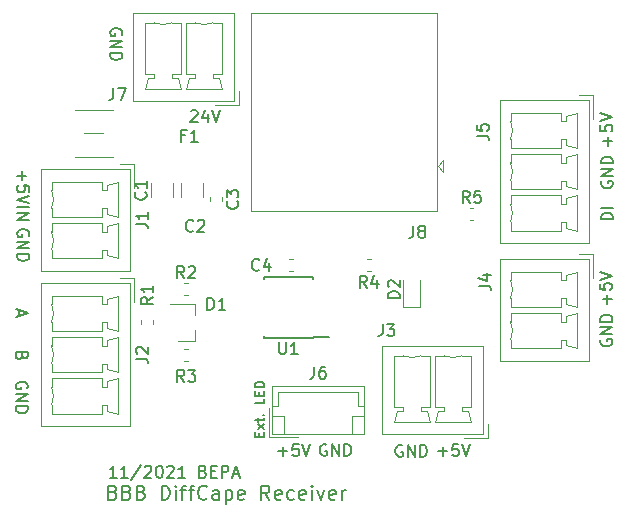
<source format=gbr>
%TF.GenerationSoftware,KiCad,Pcbnew,(5.1.4)-1*%
%TF.CreationDate,2021-10-25T09:38:00+02:00*%
%TF.ProjectId,bbb-diffcape-receiver,6262622d-6469-4666-9663-6170652d7265,rev?*%
%TF.SameCoordinates,Original*%
%TF.FileFunction,Legend,Top*%
%TF.FilePolarity,Positive*%
%FSLAX46Y46*%
G04 Gerber Fmt 4.6, Leading zero omitted, Abs format (unit mm)*
G04 Created by KiCad (PCBNEW (5.1.4)-1) date 2021-10-25 09:38:00*
%MOMM*%
%LPD*%
G04 APERTURE LIST*
%ADD10C,0.150000*%
%ADD11C,0.180000*%
%ADD12C,0.200000*%
%ADD13C,0.120000*%
G04 APERTURE END LIST*
D10*
X89987428Y-78811428D02*
X89939809Y-78954285D01*
X89892190Y-79001904D01*
X89796952Y-79049523D01*
X89654095Y-79049523D01*
X89558857Y-79001904D01*
X89511238Y-78954285D01*
X89463619Y-78859047D01*
X89463619Y-78478095D01*
X90463619Y-78478095D01*
X90463619Y-78811428D01*
X90416000Y-78906666D01*
X90368380Y-78954285D01*
X90273142Y-79001904D01*
X90177904Y-79001904D01*
X90082666Y-78954285D01*
X90035047Y-78906666D01*
X89987428Y-78811428D01*
X89987428Y-78478095D01*
X89749333Y-74945904D02*
X89749333Y-75422095D01*
X89463619Y-74850666D02*
X90463619Y-75184000D01*
X89463619Y-75517333D01*
X90416000Y-81534095D02*
X90463619Y-81438857D01*
X90463619Y-81296000D01*
X90416000Y-81153142D01*
X90320761Y-81057904D01*
X90225523Y-81010285D01*
X90035047Y-80962666D01*
X89892190Y-80962666D01*
X89701714Y-81010285D01*
X89606476Y-81057904D01*
X89511238Y-81153142D01*
X89463619Y-81296000D01*
X89463619Y-81391238D01*
X89511238Y-81534095D01*
X89558857Y-81581714D01*
X89892190Y-81581714D01*
X89892190Y-81391238D01*
X89463619Y-82010285D02*
X90463619Y-82010285D01*
X89463619Y-82581714D01*
X90463619Y-82581714D01*
X89463619Y-83057904D02*
X90463619Y-83057904D01*
X90463619Y-83296000D01*
X90416000Y-83438857D01*
X90320761Y-83534095D01*
X90225523Y-83581714D01*
X90035047Y-83629333D01*
X89892190Y-83629333D01*
X89701714Y-83581714D01*
X89606476Y-83534095D01*
X89511238Y-83438857D01*
X89463619Y-83296000D01*
X89463619Y-83057904D01*
X104283023Y-58094619D02*
X104330642Y-58047000D01*
X104425880Y-57999380D01*
X104663976Y-57999380D01*
X104759214Y-58047000D01*
X104806833Y-58094619D01*
X104854452Y-58189857D01*
X104854452Y-58285095D01*
X104806833Y-58427952D01*
X104235404Y-58999380D01*
X104854452Y-58999380D01*
X105711595Y-58332714D02*
X105711595Y-58999380D01*
X105473500Y-57951761D02*
X105235404Y-58666047D01*
X105854452Y-58666047D01*
X106092547Y-57999380D02*
X106425880Y-58999380D01*
X106759214Y-57999380D01*
X98417000Y-51625595D02*
X98464619Y-51530357D01*
X98464619Y-51387500D01*
X98417000Y-51244642D01*
X98321761Y-51149404D01*
X98226523Y-51101785D01*
X98036047Y-51054166D01*
X97893190Y-51054166D01*
X97702714Y-51101785D01*
X97607476Y-51149404D01*
X97512238Y-51244642D01*
X97464619Y-51387500D01*
X97464619Y-51482738D01*
X97512238Y-51625595D01*
X97559857Y-51673214D01*
X97893190Y-51673214D01*
X97893190Y-51482738D01*
X97464619Y-52101785D02*
X98464619Y-52101785D01*
X97464619Y-52673214D01*
X98464619Y-52673214D01*
X97464619Y-53149404D02*
X98464619Y-53149404D01*
X98464619Y-53387500D01*
X98417000Y-53530357D01*
X98321761Y-53625595D01*
X98226523Y-53673214D01*
X98036047Y-53720833D01*
X97893190Y-53720833D01*
X97702714Y-53673214D01*
X97607476Y-53625595D01*
X97512238Y-53530357D01*
X97464619Y-53387500D01*
X97464619Y-53149404D01*
D11*
X89971571Y-63166880D02*
X89971571Y-63928785D01*
X89590619Y-63547833D02*
X90352523Y-63547833D01*
X90590619Y-64881166D02*
X90590619Y-64404976D01*
X90114428Y-64357357D01*
X90162047Y-64404976D01*
X90209666Y-64500214D01*
X90209666Y-64738309D01*
X90162047Y-64833547D01*
X90114428Y-64881166D01*
X90019190Y-64928785D01*
X89781095Y-64928785D01*
X89685857Y-64881166D01*
X89638238Y-64833547D01*
X89590619Y-64738309D01*
X89590619Y-64500214D01*
X89638238Y-64404976D01*
X89685857Y-64357357D01*
X90590619Y-65214500D02*
X89590619Y-65547833D01*
X90590619Y-65881166D01*
X89590619Y-66214500D02*
X90590619Y-66214500D01*
X89590619Y-66690690D02*
X90590619Y-66690690D01*
X89590619Y-67262119D01*
X90590619Y-67262119D01*
D10*
X90543000Y-68643595D02*
X90590619Y-68548357D01*
X90590619Y-68405500D01*
X90543000Y-68262642D01*
X90447761Y-68167404D01*
X90352523Y-68119785D01*
X90162047Y-68072166D01*
X90019190Y-68072166D01*
X89828714Y-68119785D01*
X89733476Y-68167404D01*
X89638238Y-68262642D01*
X89590619Y-68405500D01*
X89590619Y-68500738D01*
X89638238Y-68643595D01*
X89685857Y-68691214D01*
X90019190Y-68691214D01*
X90019190Y-68500738D01*
X89590619Y-69119785D02*
X90590619Y-69119785D01*
X89590619Y-69691214D01*
X90590619Y-69691214D01*
X89590619Y-70167404D02*
X90590619Y-70167404D01*
X90590619Y-70405500D01*
X90543000Y-70548357D01*
X90447761Y-70643595D01*
X90352523Y-70691214D01*
X90162047Y-70738833D01*
X90019190Y-70738833D01*
X89828714Y-70691214D01*
X89733476Y-70643595D01*
X89638238Y-70548357D01*
X89590619Y-70405500D01*
X89590619Y-70167404D01*
X110051857Y-85616761D02*
X110051857Y-85350095D01*
X110470904Y-85235809D02*
X110470904Y-85616761D01*
X109670904Y-85616761D01*
X109670904Y-85235809D01*
X110470904Y-84969142D02*
X109937571Y-84550095D01*
X109937571Y-84969142D02*
X110470904Y-84550095D01*
X109937571Y-84359619D02*
X109937571Y-84054857D01*
X109670904Y-84245333D02*
X110356619Y-84245333D01*
X110432809Y-84207238D01*
X110470904Y-84131047D01*
X110470904Y-84054857D01*
X110394714Y-83788190D02*
X110432809Y-83750095D01*
X110470904Y-83788190D01*
X110432809Y-83826285D01*
X110394714Y-83788190D01*
X110470904Y-83788190D01*
X110470904Y-82416761D02*
X110470904Y-82797714D01*
X109670904Y-82797714D01*
X110051857Y-82150095D02*
X110051857Y-81883428D01*
X110470904Y-81769142D02*
X110470904Y-82150095D01*
X109670904Y-82150095D01*
X109670904Y-81769142D01*
X110470904Y-81426285D02*
X109670904Y-81426285D01*
X109670904Y-81235809D01*
X109709000Y-81121523D01*
X109785190Y-81045333D01*
X109861380Y-81007238D01*
X110013761Y-80969142D01*
X110128047Y-80969142D01*
X110280428Y-81007238D01*
X110356619Y-81045333D01*
X110432809Y-81121523D01*
X110470904Y-81235809D01*
X110470904Y-81426285D01*
D11*
X111680785Y-86875928D02*
X112442690Y-86875928D01*
X112061738Y-87256880D02*
X112061738Y-86494976D01*
X113395071Y-86256880D02*
X112918880Y-86256880D01*
X112871261Y-86733071D01*
X112918880Y-86685452D01*
X113014119Y-86637833D01*
X113252214Y-86637833D01*
X113347452Y-86685452D01*
X113395071Y-86733071D01*
X113442690Y-86828309D01*
X113442690Y-87066404D01*
X113395071Y-87161642D01*
X113347452Y-87209261D01*
X113252214Y-87256880D01*
X113014119Y-87256880D01*
X112918880Y-87209261D01*
X112871261Y-87161642D01*
X113728404Y-86256880D02*
X114061738Y-87256880D01*
X114395071Y-86256880D01*
D10*
X115760595Y-86304500D02*
X115665357Y-86256880D01*
X115522500Y-86256880D01*
X115379642Y-86304500D01*
X115284404Y-86399738D01*
X115236785Y-86494976D01*
X115189166Y-86685452D01*
X115189166Y-86828309D01*
X115236785Y-87018785D01*
X115284404Y-87114023D01*
X115379642Y-87209261D01*
X115522500Y-87256880D01*
X115617738Y-87256880D01*
X115760595Y-87209261D01*
X115808214Y-87161642D01*
X115808214Y-86828309D01*
X115617738Y-86828309D01*
X116236785Y-87256880D02*
X116236785Y-86256880D01*
X116808214Y-87256880D01*
X116808214Y-86256880D01*
X117284404Y-87256880D02*
X117284404Y-86256880D01*
X117522500Y-86256880D01*
X117665357Y-86304500D01*
X117760595Y-86399738D01*
X117808214Y-86494976D01*
X117855833Y-86685452D01*
X117855833Y-86828309D01*
X117808214Y-87018785D01*
X117760595Y-87114023D01*
X117665357Y-87209261D01*
X117522500Y-87256880D01*
X117284404Y-87256880D01*
D11*
X125206285Y-86875928D02*
X125968190Y-86875928D01*
X125587238Y-87256880D02*
X125587238Y-86494976D01*
X126920571Y-86256880D02*
X126444380Y-86256880D01*
X126396761Y-86733071D01*
X126444380Y-86685452D01*
X126539619Y-86637833D01*
X126777714Y-86637833D01*
X126872952Y-86685452D01*
X126920571Y-86733071D01*
X126968190Y-86828309D01*
X126968190Y-87066404D01*
X126920571Y-87161642D01*
X126872952Y-87209261D01*
X126777714Y-87256880D01*
X126539619Y-87256880D01*
X126444380Y-87209261D01*
X126396761Y-87161642D01*
X127253904Y-86256880D02*
X127587238Y-87256880D01*
X127920571Y-86256880D01*
D10*
X122174095Y-86368000D02*
X122078857Y-86320380D01*
X121936000Y-86320380D01*
X121793142Y-86368000D01*
X121697904Y-86463238D01*
X121650285Y-86558476D01*
X121602666Y-86748952D01*
X121602666Y-86891809D01*
X121650285Y-87082285D01*
X121697904Y-87177523D01*
X121793142Y-87272761D01*
X121936000Y-87320380D01*
X122031238Y-87320380D01*
X122174095Y-87272761D01*
X122221714Y-87225142D01*
X122221714Y-86891809D01*
X122031238Y-86891809D01*
X122650285Y-87320380D02*
X122650285Y-86320380D01*
X123221714Y-87320380D01*
X123221714Y-86320380D01*
X123697904Y-87320380D02*
X123697904Y-86320380D01*
X123936000Y-86320380D01*
X124078857Y-86368000D01*
X124174095Y-86463238D01*
X124221714Y-86558476D01*
X124269333Y-86748952D01*
X124269333Y-86891809D01*
X124221714Y-87082285D01*
X124174095Y-87177523D01*
X124078857Y-87272761D01*
X123936000Y-87320380D01*
X123697904Y-87320380D01*
D11*
X139517428Y-74374214D02*
X139517428Y-73612309D01*
X139898380Y-73993261D02*
X139136476Y-73993261D01*
X138898380Y-72659928D02*
X138898380Y-73136119D01*
X139374571Y-73183738D01*
X139326952Y-73136119D01*
X139279333Y-73040880D01*
X139279333Y-72802785D01*
X139326952Y-72707547D01*
X139374571Y-72659928D01*
X139469809Y-72612309D01*
X139707904Y-72612309D01*
X139803142Y-72659928D01*
X139850761Y-72707547D01*
X139898380Y-72802785D01*
X139898380Y-73040880D01*
X139850761Y-73136119D01*
X139803142Y-73183738D01*
X138898380Y-72326595D02*
X139898380Y-71993261D01*
X138898380Y-71659928D01*
D10*
X139009500Y-77406404D02*
X138961880Y-77501642D01*
X138961880Y-77644500D01*
X139009500Y-77787357D01*
X139104738Y-77882595D01*
X139199976Y-77930214D01*
X139390452Y-77977833D01*
X139533309Y-77977833D01*
X139723785Y-77930214D01*
X139819023Y-77882595D01*
X139914261Y-77787357D01*
X139961880Y-77644500D01*
X139961880Y-77549261D01*
X139914261Y-77406404D01*
X139866642Y-77358785D01*
X139533309Y-77358785D01*
X139533309Y-77549261D01*
X139961880Y-76930214D02*
X138961880Y-76930214D01*
X139961880Y-76358785D01*
X138961880Y-76358785D01*
X139961880Y-75882595D02*
X138961880Y-75882595D01*
X138961880Y-75644500D01*
X139009500Y-75501642D01*
X139104738Y-75406404D01*
X139199976Y-75358785D01*
X139390452Y-75311166D01*
X139533309Y-75311166D01*
X139723785Y-75358785D01*
X139819023Y-75406404D01*
X139914261Y-75501642D01*
X139961880Y-75644500D01*
X139961880Y-75882595D01*
X140025380Y-67238500D02*
X139025380Y-67238500D01*
X139025380Y-67000404D01*
X139073000Y-66857547D01*
X139168238Y-66762309D01*
X139263476Y-66714690D01*
X139453952Y-66667071D01*
X139596809Y-66667071D01*
X139787285Y-66714690D01*
X139882523Y-66762309D01*
X139977761Y-66857547D01*
X140025380Y-67000404D01*
X140025380Y-67238500D01*
X140025380Y-66238500D02*
X139025380Y-66238500D01*
X139073000Y-64007904D02*
X139025380Y-64103142D01*
X139025380Y-64246000D01*
X139073000Y-64388857D01*
X139168238Y-64484095D01*
X139263476Y-64531714D01*
X139453952Y-64579333D01*
X139596809Y-64579333D01*
X139787285Y-64531714D01*
X139882523Y-64484095D01*
X139977761Y-64388857D01*
X140025380Y-64246000D01*
X140025380Y-64150761D01*
X139977761Y-64007904D01*
X139930142Y-63960285D01*
X139596809Y-63960285D01*
X139596809Y-64150761D01*
X140025380Y-63531714D02*
X139025380Y-63531714D01*
X140025380Y-62960285D01*
X139025380Y-62960285D01*
X140025380Y-62484095D02*
X139025380Y-62484095D01*
X139025380Y-62246000D01*
X139073000Y-62103142D01*
X139168238Y-62007904D01*
X139263476Y-61960285D01*
X139453952Y-61912666D01*
X139596809Y-61912666D01*
X139787285Y-61960285D01*
X139882523Y-62007904D01*
X139977761Y-62103142D01*
X140025380Y-62246000D01*
X140025380Y-62484095D01*
D11*
X139580928Y-60975714D02*
X139580928Y-60213809D01*
X139961880Y-60594761D02*
X139199976Y-60594761D01*
X138961880Y-59261428D02*
X138961880Y-59737619D01*
X139438071Y-59785238D01*
X139390452Y-59737619D01*
X139342833Y-59642380D01*
X139342833Y-59404285D01*
X139390452Y-59309047D01*
X139438071Y-59261428D01*
X139533309Y-59213809D01*
X139771404Y-59213809D01*
X139866642Y-59261428D01*
X139914261Y-59309047D01*
X139961880Y-59404285D01*
X139961880Y-59642380D01*
X139914261Y-59737619D01*
X139866642Y-59785238D01*
X138961880Y-58928095D02*
X139961880Y-58594761D01*
X138961880Y-58261428D01*
X97989047Y-89098380D02*
X97417619Y-89098380D01*
X97703333Y-89098380D02*
X97703333Y-88098380D01*
X97608095Y-88241238D01*
X97512857Y-88336476D01*
X97417619Y-88384095D01*
X98941428Y-89098380D02*
X98370000Y-89098380D01*
X98655714Y-89098380D02*
X98655714Y-88098380D01*
X98560476Y-88241238D01*
X98465238Y-88336476D01*
X98370000Y-88384095D01*
X100084285Y-88050761D02*
X99227142Y-89336476D01*
X100370000Y-88193619D02*
X100417619Y-88146000D01*
X100512857Y-88098380D01*
X100750952Y-88098380D01*
X100846190Y-88146000D01*
X100893809Y-88193619D01*
X100941428Y-88288857D01*
X100941428Y-88384095D01*
X100893809Y-88526952D01*
X100322380Y-89098380D01*
X100941428Y-89098380D01*
X101560476Y-88098380D02*
X101655714Y-88098380D01*
X101750952Y-88146000D01*
X101798571Y-88193619D01*
X101846190Y-88288857D01*
X101893809Y-88479333D01*
X101893809Y-88717428D01*
X101846190Y-88907904D01*
X101798571Y-89003142D01*
X101750952Y-89050761D01*
X101655714Y-89098380D01*
X101560476Y-89098380D01*
X101465238Y-89050761D01*
X101417619Y-89003142D01*
X101370000Y-88907904D01*
X101322380Y-88717428D01*
X101322380Y-88479333D01*
X101370000Y-88288857D01*
X101417619Y-88193619D01*
X101465238Y-88146000D01*
X101560476Y-88098380D01*
X102274761Y-88193619D02*
X102322380Y-88146000D01*
X102417619Y-88098380D01*
X102655714Y-88098380D01*
X102750952Y-88146000D01*
X102798571Y-88193619D01*
X102846190Y-88288857D01*
X102846190Y-88384095D01*
X102798571Y-88526952D01*
X102227142Y-89098380D01*
X102846190Y-89098380D01*
X103798571Y-89098380D02*
X103227142Y-89098380D01*
X103512857Y-89098380D02*
X103512857Y-88098380D01*
X103417619Y-88241238D01*
X103322380Y-88336476D01*
X103227142Y-88384095D01*
X105322380Y-88574571D02*
X105465238Y-88622190D01*
X105512857Y-88669809D01*
X105560476Y-88765047D01*
X105560476Y-88907904D01*
X105512857Y-89003142D01*
X105465238Y-89050761D01*
X105370000Y-89098380D01*
X104989047Y-89098380D01*
X104989047Y-88098380D01*
X105322380Y-88098380D01*
X105417619Y-88146000D01*
X105465238Y-88193619D01*
X105512857Y-88288857D01*
X105512857Y-88384095D01*
X105465238Y-88479333D01*
X105417619Y-88526952D01*
X105322380Y-88574571D01*
X104989047Y-88574571D01*
X105989047Y-88574571D02*
X106322380Y-88574571D01*
X106465238Y-89098380D02*
X105989047Y-89098380D01*
X105989047Y-88098380D01*
X106465238Y-88098380D01*
X106893809Y-89098380D02*
X106893809Y-88098380D01*
X107274761Y-88098380D01*
X107370000Y-88146000D01*
X107417619Y-88193619D01*
X107465238Y-88288857D01*
X107465238Y-88431714D01*
X107417619Y-88526952D01*
X107370000Y-88574571D01*
X107274761Y-88622190D01*
X106893809Y-88622190D01*
X107846190Y-88812666D02*
X108322380Y-88812666D01*
X107750952Y-89098380D02*
X108084285Y-88098380D01*
X108417619Y-89098380D01*
D12*
X97680071Y-90338285D02*
X97851499Y-90395428D01*
X97908642Y-90452571D01*
X97965785Y-90566857D01*
X97965785Y-90738285D01*
X97908642Y-90852571D01*
X97851499Y-90909714D01*
X97737214Y-90966857D01*
X97280071Y-90966857D01*
X97280071Y-89766857D01*
X97680071Y-89766857D01*
X97794357Y-89824000D01*
X97851499Y-89881142D01*
X97908642Y-89995428D01*
X97908642Y-90109714D01*
X97851499Y-90224000D01*
X97794357Y-90281142D01*
X97680071Y-90338285D01*
X97280071Y-90338285D01*
X98880071Y-90338285D02*
X99051499Y-90395428D01*
X99108642Y-90452571D01*
X99165785Y-90566857D01*
X99165785Y-90738285D01*
X99108642Y-90852571D01*
X99051499Y-90909714D01*
X98937214Y-90966857D01*
X98480071Y-90966857D01*
X98480071Y-89766857D01*
X98880071Y-89766857D01*
X98994357Y-89824000D01*
X99051499Y-89881142D01*
X99108642Y-89995428D01*
X99108642Y-90109714D01*
X99051499Y-90224000D01*
X98994357Y-90281142D01*
X98880071Y-90338285D01*
X98480071Y-90338285D01*
X100080071Y-90338285D02*
X100251499Y-90395428D01*
X100308642Y-90452571D01*
X100365785Y-90566857D01*
X100365785Y-90738285D01*
X100308642Y-90852571D01*
X100251499Y-90909714D01*
X100137214Y-90966857D01*
X99680071Y-90966857D01*
X99680071Y-89766857D01*
X100080071Y-89766857D01*
X100194357Y-89824000D01*
X100251499Y-89881142D01*
X100308642Y-89995428D01*
X100308642Y-90109714D01*
X100251499Y-90224000D01*
X100194357Y-90281142D01*
X100080071Y-90338285D01*
X99680071Y-90338285D01*
X101794357Y-90966857D02*
X101794357Y-89766857D01*
X102080071Y-89766857D01*
X102251499Y-89824000D01*
X102365785Y-89938285D01*
X102422928Y-90052571D01*
X102480071Y-90281142D01*
X102480071Y-90452571D01*
X102422928Y-90681142D01*
X102365785Y-90795428D01*
X102251499Y-90909714D01*
X102080071Y-90966857D01*
X101794357Y-90966857D01*
X102994357Y-90966857D02*
X102994357Y-90166857D01*
X102994357Y-89766857D02*
X102937214Y-89824000D01*
X102994357Y-89881142D01*
X103051499Y-89824000D01*
X102994357Y-89766857D01*
X102994357Y-89881142D01*
X103394357Y-90166857D02*
X103851499Y-90166857D01*
X103565785Y-90966857D02*
X103565785Y-89938285D01*
X103622928Y-89824000D01*
X103737214Y-89766857D01*
X103851499Y-89766857D01*
X104080071Y-90166857D02*
X104537214Y-90166857D01*
X104251499Y-90966857D02*
X104251499Y-89938285D01*
X104308642Y-89824000D01*
X104422928Y-89766857D01*
X104537214Y-89766857D01*
X105622928Y-90852571D02*
X105565785Y-90909714D01*
X105394357Y-90966857D01*
X105280071Y-90966857D01*
X105108642Y-90909714D01*
X104994357Y-90795428D01*
X104937214Y-90681142D01*
X104880071Y-90452571D01*
X104880071Y-90281142D01*
X104937214Y-90052571D01*
X104994357Y-89938285D01*
X105108642Y-89824000D01*
X105280071Y-89766857D01*
X105394357Y-89766857D01*
X105565785Y-89824000D01*
X105622928Y-89881142D01*
X106651499Y-90966857D02*
X106651499Y-90338285D01*
X106594357Y-90224000D01*
X106480071Y-90166857D01*
X106251499Y-90166857D01*
X106137214Y-90224000D01*
X106651499Y-90909714D02*
X106537214Y-90966857D01*
X106251499Y-90966857D01*
X106137214Y-90909714D01*
X106080071Y-90795428D01*
X106080071Y-90681142D01*
X106137214Y-90566857D01*
X106251499Y-90509714D01*
X106537214Y-90509714D01*
X106651499Y-90452571D01*
X107222928Y-90166857D02*
X107222928Y-91366857D01*
X107222928Y-90224000D02*
X107337214Y-90166857D01*
X107565785Y-90166857D01*
X107680071Y-90224000D01*
X107737214Y-90281142D01*
X107794357Y-90395428D01*
X107794357Y-90738285D01*
X107737214Y-90852571D01*
X107680071Y-90909714D01*
X107565785Y-90966857D01*
X107337214Y-90966857D01*
X107222928Y-90909714D01*
X108765785Y-90909714D02*
X108651499Y-90966857D01*
X108422928Y-90966857D01*
X108308642Y-90909714D01*
X108251499Y-90795428D01*
X108251499Y-90338285D01*
X108308642Y-90224000D01*
X108422928Y-90166857D01*
X108651499Y-90166857D01*
X108765785Y-90224000D01*
X108822928Y-90338285D01*
X108822928Y-90452571D01*
X108251499Y-90566857D01*
X110937214Y-90966857D02*
X110537214Y-90395428D01*
X110251499Y-90966857D02*
X110251499Y-89766857D01*
X110708642Y-89766857D01*
X110822928Y-89824000D01*
X110880071Y-89881142D01*
X110937214Y-89995428D01*
X110937214Y-90166857D01*
X110880071Y-90281142D01*
X110822928Y-90338285D01*
X110708642Y-90395428D01*
X110251499Y-90395428D01*
X111908642Y-90909714D02*
X111794357Y-90966857D01*
X111565785Y-90966857D01*
X111451499Y-90909714D01*
X111394357Y-90795428D01*
X111394357Y-90338285D01*
X111451499Y-90224000D01*
X111565785Y-90166857D01*
X111794357Y-90166857D01*
X111908642Y-90224000D01*
X111965785Y-90338285D01*
X111965785Y-90452571D01*
X111394357Y-90566857D01*
X112994357Y-90909714D02*
X112880071Y-90966857D01*
X112651499Y-90966857D01*
X112537214Y-90909714D01*
X112480071Y-90852571D01*
X112422928Y-90738285D01*
X112422928Y-90395428D01*
X112480071Y-90281142D01*
X112537214Y-90224000D01*
X112651499Y-90166857D01*
X112880071Y-90166857D01*
X112994357Y-90224000D01*
X113965785Y-90909714D02*
X113851500Y-90966857D01*
X113622928Y-90966857D01*
X113508642Y-90909714D01*
X113451500Y-90795428D01*
X113451500Y-90338285D01*
X113508642Y-90224000D01*
X113622928Y-90166857D01*
X113851500Y-90166857D01*
X113965785Y-90224000D01*
X114022928Y-90338285D01*
X114022928Y-90452571D01*
X113451500Y-90566857D01*
X114537214Y-90966857D02*
X114537214Y-90166857D01*
X114537214Y-89766857D02*
X114480071Y-89824000D01*
X114537214Y-89881142D01*
X114594357Y-89824000D01*
X114537214Y-89766857D01*
X114537214Y-89881142D01*
X114994357Y-90166857D02*
X115280071Y-90966857D01*
X115565785Y-90166857D01*
X116480071Y-90909714D02*
X116365785Y-90966857D01*
X116137214Y-90966857D01*
X116022928Y-90909714D01*
X115965785Y-90795428D01*
X115965785Y-90338285D01*
X116022928Y-90224000D01*
X116137214Y-90166857D01*
X116365785Y-90166857D01*
X116480071Y-90224000D01*
X116537214Y-90338285D01*
X116537214Y-90452571D01*
X115965785Y-90566857D01*
X117051500Y-90966857D02*
X117051500Y-90166857D01*
X117051500Y-90395428D02*
X117108642Y-90281142D01*
X117165785Y-90224000D01*
X117280071Y-90166857D01*
X117394357Y-90166857D01*
D13*
%TO.C,J8*%
X125666000Y-62238000D02*
X125166000Y-62738000D01*
X125666000Y-63238000D02*
X125666000Y-62238000D01*
X125166000Y-62738000D02*
X125666000Y-63238000D01*
X109366000Y-66528000D02*
X125086000Y-66528000D01*
X125086000Y-66528000D02*
X125086000Y-49788000D01*
X109356000Y-66528000D02*
X109356000Y-49788000D01*
X109356000Y-49788000D02*
X125086000Y-49788000D01*
%TO.C,J7*%
X108360000Y-57582000D02*
X106360000Y-57582000D01*
X108360000Y-56332000D02*
X108360000Y-57582000D01*
X100410000Y-50582000D02*
X101160000Y-50582000D01*
X100410000Y-54882000D02*
X100410000Y-50582000D01*
X101160000Y-54882000D02*
X100410000Y-54882000D01*
X101160000Y-55232000D02*
X101160000Y-54882000D01*
X100660000Y-55232000D02*
X101160000Y-55232000D01*
X100410000Y-56232000D02*
X100660000Y-55232000D01*
X103410000Y-56232000D02*
X100410000Y-56232000D01*
X103160000Y-55232000D02*
X103410000Y-56232000D01*
X102660000Y-55232000D02*
X103160000Y-55232000D01*
X102660000Y-54882000D02*
X102660000Y-55232000D01*
X103410000Y-54882000D02*
X102660000Y-54882000D01*
X103410000Y-50582000D02*
X103410000Y-54882000D01*
X102660000Y-50582000D02*
X103410000Y-50582000D01*
X103910000Y-50582000D02*
X104660000Y-50582000D01*
X103910000Y-54882000D02*
X103910000Y-50582000D01*
X104660000Y-54882000D02*
X103910000Y-54882000D01*
X104660000Y-55232000D02*
X104660000Y-54882000D01*
X104160000Y-55232000D02*
X104660000Y-55232000D01*
X103910000Y-56232000D02*
X104160000Y-55232000D01*
X106910000Y-56232000D02*
X103910000Y-56232000D01*
X106660000Y-55232000D02*
X106910000Y-56232000D01*
X106160000Y-55232000D02*
X106660000Y-55232000D01*
X106160000Y-54882000D02*
X106160000Y-55232000D01*
X106910000Y-54882000D02*
X106160000Y-54882000D01*
X106910000Y-50582000D02*
X106910000Y-54882000D01*
X106160000Y-50582000D02*
X106910000Y-50582000D01*
X99350000Y-57192000D02*
X107970000Y-57192000D01*
X99350000Y-49722000D02*
X99350000Y-57192000D01*
X107970000Y-49722000D02*
X99350000Y-49722000D01*
X107970000Y-57192000D02*
X107970000Y-49722000D01*
X101160353Y-50582155D02*
G75*
G03X102660000Y-50582000I749647J1700155D01*
G01*
X104660353Y-50582155D02*
G75*
G03X106160000Y-50582000I749647J1700155D01*
G01*
D10*
%TO.C,U1*%
X114597000Y-77201000D02*
X115997000Y-77201000D01*
X114597000Y-72101000D02*
X110447000Y-72101000D01*
X114597000Y-77251000D02*
X110447000Y-77251000D01*
X114597000Y-72101000D02*
X114597000Y-72246000D01*
X110447000Y-72101000D02*
X110447000Y-72246000D01*
X110447000Y-77251000D02*
X110447000Y-77106000D01*
X114597000Y-77251000D02*
X114597000Y-77201000D01*
D13*
%TO.C,R5*%
X127878721Y-67312000D02*
X128204279Y-67312000D01*
X127878721Y-66292000D02*
X128204279Y-66292000D01*
%TO.C,R4*%
X119517279Y-70610000D02*
X119191721Y-70610000D01*
X119517279Y-71630000D02*
X119191721Y-71630000D01*
%TO.C,R3*%
X103723221Y-79250000D02*
X104048779Y-79250000D01*
X103723221Y-78230000D02*
X104048779Y-78230000D01*
%TO.C,R2*%
X103723221Y-73662000D02*
X104048779Y-73662000D01*
X103723221Y-72642000D02*
X104048779Y-72642000D01*
%TO.C,R1*%
X100074000Y-75757721D02*
X100074000Y-76083279D01*
X101094000Y-75757721D02*
X101094000Y-76083279D01*
%TO.C,J6*%
X110882000Y-85668000D02*
X113382000Y-85668000D01*
X110882000Y-83168000D02*
X110882000Y-85668000D01*
X117902000Y-83868000D02*
X117902000Y-85368000D01*
X118902000Y-83868000D02*
X117902000Y-83868000D01*
X112182000Y-83868000D02*
X112182000Y-85368000D01*
X111182000Y-83868000D02*
X112182000Y-83868000D01*
X118402000Y-83058000D02*
X118902000Y-83058000D01*
X118402000Y-81848000D02*
X118402000Y-83058000D01*
X111682000Y-81848000D02*
X118402000Y-81848000D01*
X111682000Y-83058000D02*
X111682000Y-81848000D01*
X111182000Y-83058000D02*
X111682000Y-83058000D01*
X118902000Y-81348000D02*
X111182000Y-81348000D01*
X118902000Y-85368000D02*
X118902000Y-81348000D01*
X111182000Y-85368000D02*
X118902000Y-85368000D01*
X111182000Y-81348000D02*
X111182000Y-85368000D01*
%TO.C,J5*%
X138354000Y-56740000D02*
X138354000Y-58740000D01*
X137104000Y-56740000D02*
X138354000Y-56740000D01*
X131354000Y-68190000D02*
X131354000Y-67440000D01*
X135654000Y-68190000D02*
X131354000Y-68190000D01*
X135654000Y-67440000D02*
X135654000Y-68190000D01*
X136004000Y-67440000D02*
X135654000Y-67440000D01*
X136004000Y-67940000D02*
X136004000Y-67440000D01*
X137004000Y-68190000D02*
X136004000Y-67940000D01*
X137004000Y-65190000D02*
X137004000Y-68190000D01*
X136004000Y-65440000D02*
X137004000Y-65190000D01*
X136004000Y-65940000D02*
X136004000Y-65440000D01*
X135654000Y-65940000D02*
X136004000Y-65940000D01*
X135654000Y-65190000D02*
X135654000Y-65940000D01*
X131354000Y-65190000D02*
X135654000Y-65190000D01*
X131354000Y-65940000D02*
X131354000Y-65190000D01*
X131354000Y-64690000D02*
X131354000Y-63940000D01*
X135654000Y-64690000D02*
X131354000Y-64690000D01*
X135654000Y-63940000D02*
X135654000Y-64690000D01*
X136004000Y-63940000D02*
X135654000Y-63940000D01*
X136004000Y-64440000D02*
X136004000Y-63940000D01*
X137004000Y-64690000D02*
X136004000Y-64440000D01*
X137004000Y-61690000D02*
X137004000Y-64690000D01*
X136004000Y-61940000D02*
X137004000Y-61690000D01*
X136004000Y-62440000D02*
X136004000Y-61940000D01*
X135654000Y-62440000D02*
X136004000Y-62440000D01*
X135654000Y-61690000D02*
X135654000Y-62440000D01*
X131354000Y-61690000D02*
X135654000Y-61690000D01*
X131354000Y-62440000D02*
X131354000Y-61690000D01*
X131354000Y-61190000D02*
X131354000Y-60440000D01*
X135654000Y-61190000D02*
X131354000Y-61190000D01*
X135654000Y-60440000D02*
X135654000Y-61190000D01*
X136004000Y-60440000D02*
X135654000Y-60440000D01*
X136004000Y-60940000D02*
X136004000Y-60440000D01*
X137004000Y-61190000D02*
X136004000Y-60940000D01*
X137004000Y-58190000D02*
X137004000Y-61190000D01*
X136004000Y-58440000D02*
X137004000Y-58190000D01*
X136004000Y-58940000D02*
X136004000Y-58440000D01*
X135654000Y-58940000D02*
X136004000Y-58940000D01*
X135654000Y-58190000D02*
X135654000Y-58940000D01*
X131354000Y-58190000D02*
X135654000Y-58190000D01*
X131354000Y-58940000D02*
X131354000Y-58190000D01*
X137964000Y-69250000D02*
X137964000Y-57130000D01*
X130494000Y-69250000D02*
X137964000Y-69250000D01*
X130494000Y-57130000D02*
X130494000Y-69250000D01*
X137964000Y-57130000D02*
X130494000Y-57130000D01*
X131354155Y-67439647D02*
G75*
G03X131354000Y-65940000I-1700155J749647D01*
G01*
X131354155Y-63939647D02*
G75*
G03X131354000Y-62440000I-1700155J749647D01*
G01*
X131354155Y-60439647D02*
G75*
G03X131354000Y-58940000I-1700155J749647D01*
G01*
%TO.C,J4*%
X138354000Y-70202000D02*
X138354000Y-72202000D01*
X137104000Y-70202000D02*
X138354000Y-70202000D01*
X131354000Y-78152000D02*
X131354000Y-77402000D01*
X135654000Y-78152000D02*
X131354000Y-78152000D01*
X135654000Y-77402000D02*
X135654000Y-78152000D01*
X136004000Y-77402000D02*
X135654000Y-77402000D01*
X136004000Y-77902000D02*
X136004000Y-77402000D01*
X137004000Y-78152000D02*
X136004000Y-77902000D01*
X137004000Y-75152000D02*
X137004000Y-78152000D01*
X136004000Y-75402000D02*
X137004000Y-75152000D01*
X136004000Y-75902000D02*
X136004000Y-75402000D01*
X135654000Y-75902000D02*
X136004000Y-75902000D01*
X135654000Y-75152000D02*
X135654000Y-75902000D01*
X131354000Y-75152000D02*
X135654000Y-75152000D01*
X131354000Y-75902000D02*
X131354000Y-75152000D01*
X131354000Y-74652000D02*
X131354000Y-73902000D01*
X135654000Y-74652000D02*
X131354000Y-74652000D01*
X135654000Y-73902000D02*
X135654000Y-74652000D01*
X136004000Y-73902000D02*
X135654000Y-73902000D01*
X136004000Y-74402000D02*
X136004000Y-73902000D01*
X137004000Y-74652000D02*
X136004000Y-74402000D01*
X137004000Y-71652000D02*
X137004000Y-74652000D01*
X136004000Y-71902000D02*
X137004000Y-71652000D01*
X136004000Y-72402000D02*
X136004000Y-71902000D01*
X135654000Y-72402000D02*
X136004000Y-72402000D01*
X135654000Y-71652000D02*
X135654000Y-72402000D01*
X131354000Y-71652000D02*
X135654000Y-71652000D01*
X131354000Y-72402000D02*
X131354000Y-71652000D01*
X137964000Y-79212000D02*
X137964000Y-70592000D01*
X130494000Y-79212000D02*
X137964000Y-79212000D01*
X130494000Y-70592000D02*
X130494000Y-79212000D01*
X137964000Y-70592000D02*
X130494000Y-70592000D01*
X131354155Y-77401647D02*
G75*
G03X131354000Y-75902000I-1700155J749647D01*
G01*
X131354155Y-73901647D02*
G75*
G03X131354000Y-72402000I-1700155J749647D01*
G01*
%TO.C,J3*%
X129442000Y-85776000D02*
X127442000Y-85776000D01*
X129442000Y-84526000D02*
X129442000Y-85776000D01*
X121492000Y-78776000D02*
X122242000Y-78776000D01*
X121492000Y-83076000D02*
X121492000Y-78776000D01*
X122242000Y-83076000D02*
X121492000Y-83076000D01*
X122242000Y-83426000D02*
X122242000Y-83076000D01*
X121742000Y-83426000D02*
X122242000Y-83426000D01*
X121492000Y-84426000D02*
X121742000Y-83426000D01*
X124492000Y-84426000D02*
X121492000Y-84426000D01*
X124242000Y-83426000D02*
X124492000Y-84426000D01*
X123742000Y-83426000D02*
X124242000Y-83426000D01*
X123742000Y-83076000D02*
X123742000Y-83426000D01*
X124492000Y-83076000D02*
X123742000Y-83076000D01*
X124492000Y-78776000D02*
X124492000Y-83076000D01*
X123742000Y-78776000D02*
X124492000Y-78776000D01*
X124992000Y-78776000D02*
X125742000Y-78776000D01*
X124992000Y-83076000D02*
X124992000Y-78776000D01*
X125742000Y-83076000D02*
X124992000Y-83076000D01*
X125742000Y-83426000D02*
X125742000Y-83076000D01*
X125242000Y-83426000D02*
X125742000Y-83426000D01*
X124992000Y-84426000D02*
X125242000Y-83426000D01*
X127992000Y-84426000D02*
X124992000Y-84426000D01*
X127742000Y-83426000D02*
X127992000Y-84426000D01*
X127242000Y-83426000D02*
X127742000Y-83426000D01*
X127242000Y-83076000D02*
X127242000Y-83426000D01*
X127992000Y-83076000D02*
X127242000Y-83076000D01*
X127992000Y-78776000D02*
X127992000Y-83076000D01*
X127242000Y-78776000D02*
X127992000Y-78776000D01*
X120432000Y-85386000D02*
X129052000Y-85386000D01*
X120432000Y-77916000D02*
X120432000Y-85386000D01*
X129052000Y-77916000D02*
X120432000Y-77916000D01*
X129052000Y-85386000D02*
X129052000Y-77916000D01*
X122242353Y-78776155D02*
G75*
G03X123742000Y-78776000I749647J1700155D01*
G01*
X125742353Y-78776155D02*
G75*
G03X127242000Y-78776000I749647J1700155D01*
G01*
%TO.C,J2*%
X99492000Y-72234000D02*
X99492000Y-74234000D01*
X98242000Y-72234000D02*
X99492000Y-72234000D01*
X92492000Y-83684000D02*
X92492000Y-82934000D01*
X96792000Y-83684000D02*
X92492000Y-83684000D01*
X96792000Y-82934000D02*
X96792000Y-83684000D01*
X97142000Y-82934000D02*
X96792000Y-82934000D01*
X97142000Y-83434000D02*
X97142000Y-82934000D01*
X98142000Y-83684000D02*
X97142000Y-83434000D01*
X98142000Y-80684000D02*
X98142000Y-83684000D01*
X97142000Y-80934000D02*
X98142000Y-80684000D01*
X97142000Y-81434000D02*
X97142000Y-80934000D01*
X96792000Y-81434000D02*
X97142000Y-81434000D01*
X96792000Y-80684000D02*
X96792000Y-81434000D01*
X92492000Y-80684000D02*
X96792000Y-80684000D01*
X92492000Y-81434000D02*
X92492000Y-80684000D01*
X92492000Y-80184000D02*
X92492000Y-79434000D01*
X96792000Y-80184000D02*
X92492000Y-80184000D01*
X96792000Y-79434000D02*
X96792000Y-80184000D01*
X97142000Y-79434000D02*
X96792000Y-79434000D01*
X97142000Y-79934000D02*
X97142000Y-79434000D01*
X98142000Y-80184000D02*
X97142000Y-79934000D01*
X98142000Y-77184000D02*
X98142000Y-80184000D01*
X97142000Y-77434000D02*
X98142000Y-77184000D01*
X97142000Y-77934000D02*
X97142000Y-77434000D01*
X96792000Y-77934000D02*
X97142000Y-77934000D01*
X96792000Y-77184000D02*
X96792000Y-77934000D01*
X92492000Y-77184000D02*
X96792000Y-77184000D01*
X92492000Y-77934000D02*
X92492000Y-77184000D01*
X92492000Y-76684000D02*
X92492000Y-75934000D01*
X96792000Y-76684000D02*
X92492000Y-76684000D01*
X96792000Y-75934000D02*
X96792000Y-76684000D01*
X97142000Y-75934000D02*
X96792000Y-75934000D01*
X97142000Y-76434000D02*
X97142000Y-75934000D01*
X98142000Y-76684000D02*
X97142000Y-76434000D01*
X98142000Y-73684000D02*
X98142000Y-76684000D01*
X97142000Y-73934000D02*
X98142000Y-73684000D01*
X97142000Y-74434000D02*
X97142000Y-73934000D01*
X96792000Y-74434000D02*
X97142000Y-74434000D01*
X96792000Y-73684000D02*
X96792000Y-74434000D01*
X92492000Y-73684000D02*
X96792000Y-73684000D01*
X92492000Y-74434000D02*
X92492000Y-73684000D01*
X99102000Y-84744000D02*
X99102000Y-72624000D01*
X91632000Y-84744000D02*
X99102000Y-84744000D01*
X91632000Y-72624000D02*
X91632000Y-84744000D01*
X99102000Y-72624000D02*
X91632000Y-72624000D01*
X92492155Y-82933647D02*
G75*
G03X92492000Y-81434000I-1700155J749647D01*
G01*
X92492155Y-79433647D02*
G75*
G03X92492000Y-77934000I-1700155J749647D01*
G01*
X92492155Y-75933647D02*
G75*
G03X92492000Y-74434000I-1700155J749647D01*
G01*
%TO.C,J1*%
X99492000Y-62582000D02*
X99492000Y-64582000D01*
X98242000Y-62582000D02*
X99492000Y-62582000D01*
X92492000Y-70532000D02*
X92492000Y-69782000D01*
X96792000Y-70532000D02*
X92492000Y-70532000D01*
X96792000Y-69782000D02*
X96792000Y-70532000D01*
X97142000Y-69782000D02*
X96792000Y-69782000D01*
X97142000Y-70282000D02*
X97142000Y-69782000D01*
X98142000Y-70532000D02*
X97142000Y-70282000D01*
X98142000Y-67532000D02*
X98142000Y-70532000D01*
X97142000Y-67782000D02*
X98142000Y-67532000D01*
X97142000Y-68282000D02*
X97142000Y-67782000D01*
X96792000Y-68282000D02*
X97142000Y-68282000D01*
X96792000Y-67532000D02*
X96792000Y-68282000D01*
X92492000Y-67532000D02*
X96792000Y-67532000D01*
X92492000Y-68282000D02*
X92492000Y-67532000D01*
X92492000Y-67032000D02*
X92492000Y-66282000D01*
X96792000Y-67032000D02*
X92492000Y-67032000D01*
X96792000Y-66282000D02*
X96792000Y-67032000D01*
X97142000Y-66282000D02*
X96792000Y-66282000D01*
X97142000Y-66782000D02*
X97142000Y-66282000D01*
X98142000Y-67032000D02*
X97142000Y-66782000D01*
X98142000Y-64032000D02*
X98142000Y-67032000D01*
X97142000Y-64282000D02*
X98142000Y-64032000D01*
X97142000Y-64782000D02*
X97142000Y-64282000D01*
X96792000Y-64782000D02*
X97142000Y-64782000D01*
X96792000Y-64032000D02*
X96792000Y-64782000D01*
X92492000Y-64032000D02*
X96792000Y-64032000D01*
X92492000Y-64782000D02*
X92492000Y-64032000D01*
X99102000Y-71592000D02*
X99102000Y-62972000D01*
X91632000Y-71592000D02*
X99102000Y-71592000D01*
X91632000Y-62972000D02*
X91632000Y-71592000D01*
X99102000Y-62972000D02*
X91632000Y-62972000D01*
X92492155Y-69781647D02*
G75*
G03X92492000Y-68282000I-1700155J749647D01*
G01*
X92492155Y-66281647D02*
G75*
G03X92492000Y-64782000I-1700155J749647D01*
G01*
%TO.C,F1*%
X97676000Y-61944000D02*
X94476000Y-61944000D01*
X94476000Y-57944000D02*
X97676000Y-57944000D01*
X96826000Y-59944000D02*
X95226000Y-59944000D01*
%TO.C,D2*%
X123671000Y-74637000D02*
X123671000Y-72352000D01*
X122201000Y-74637000D02*
X123671000Y-74637000D01*
X122201000Y-72352000D02*
X122201000Y-74637000D01*
%TO.C,D1*%
X104646000Y-77526000D02*
X103186000Y-77526000D01*
X104646000Y-74366000D02*
X102486000Y-74366000D01*
X104646000Y-74366000D02*
X104646000Y-75296000D01*
X104646000Y-77526000D02*
X104646000Y-76596000D01*
%TO.C,C4*%
X112613221Y-71630000D02*
X112938779Y-71630000D01*
X112613221Y-70610000D02*
X112938779Y-70610000D01*
%TO.C,C3*%
X105916000Y-65369221D02*
X105916000Y-65694779D01*
X106936000Y-65369221D02*
X106936000Y-65694779D01*
%TO.C,C2*%
X103484000Y-64167936D02*
X103484000Y-65372064D01*
X105304000Y-64167936D02*
X105304000Y-65372064D01*
%TO.C,C1*%
X100944000Y-64167936D02*
X100944000Y-65372064D01*
X102764000Y-64167936D02*
X102764000Y-65372064D01*
%TO.C,J8*%
D10*
X123110666Y-67778380D02*
X123110666Y-68492666D01*
X123063047Y-68635523D01*
X122967809Y-68730761D01*
X122824952Y-68778380D01*
X122729714Y-68778380D01*
X123729714Y-68206952D02*
X123634476Y-68159333D01*
X123586857Y-68111714D01*
X123539238Y-68016476D01*
X123539238Y-67968857D01*
X123586857Y-67873619D01*
X123634476Y-67826000D01*
X123729714Y-67778380D01*
X123920190Y-67778380D01*
X124015428Y-67826000D01*
X124063047Y-67873619D01*
X124110666Y-67968857D01*
X124110666Y-68016476D01*
X124063047Y-68111714D01*
X124015428Y-68159333D01*
X123920190Y-68206952D01*
X123729714Y-68206952D01*
X123634476Y-68254571D01*
X123586857Y-68302190D01*
X123539238Y-68397428D01*
X123539238Y-68587904D01*
X123586857Y-68683142D01*
X123634476Y-68730761D01*
X123729714Y-68778380D01*
X123920190Y-68778380D01*
X124015428Y-68730761D01*
X124063047Y-68683142D01*
X124110666Y-68587904D01*
X124110666Y-68397428D01*
X124063047Y-68302190D01*
X124015428Y-68254571D01*
X123920190Y-68206952D01*
%TO.C,J7*%
X97710666Y-56094380D02*
X97710666Y-56808666D01*
X97663047Y-56951523D01*
X97567809Y-57046761D01*
X97424952Y-57094380D01*
X97329714Y-57094380D01*
X98091619Y-56094380D02*
X98758285Y-56094380D01*
X98329714Y-57094380D01*
%TO.C,U1*%
X111760095Y-77628380D02*
X111760095Y-78437904D01*
X111807714Y-78533142D01*
X111855333Y-78580761D01*
X111950571Y-78628380D01*
X112141047Y-78628380D01*
X112236285Y-78580761D01*
X112283904Y-78533142D01*
X112331523Y-78437904D01*
X112331523Y-77628380D01*
X113331523Y-78628380D02*
X112760095Y-78628380D01*
X113045809Y-78628380D02*
X113045809Y-77628380D01*
X112950571Y-77771238D01*
X112855333Y-77866476D01*
X112760095Y-77914095D01*
%TO.C,R5*%
X127874833Y-65824380D02*
X127541500Y-65348190D01*
X127303404Y-65824380D02*
X127303404Y-64824380D01*
X127684357Y-64824380D01*
X127779595Y-64872000D01*
X127827214Y-64919619D01*
X127874833Y-65014857D01*
X127874833Y-65157714D01*
X127827214Y-65252952D01*
X127779595Y-65300571D01*
X127684357Y-65348190D01*
X127303404Y-65348190D01*
X128779595Y-64824380D02*
X128303404Y-64824380D01*
X128255785Y-65300571D01*
X128303404Y-65252952D01*
X128398642Y-65205333D01*
X128636738Y-65205333D01*
X128731976Y-65252952D01*
X128779595Y-65300571D01*
X128827214Y-65395809D01*
X128827214Y-65633904D01*
X128779595Y-65729142D01*
X128731976Y-65776761D01*
X128636738Y-65824380D01*
X128398642Y-65824380D01*
X128303404Y-65776761D01*
X128255785Y-65729142D01*
%TO.C,R4*%
X119187833Y-73002380D02*
X118854500Y-72526190D01*
X118616404Y-73002380D02*
X118616404Y-72002380D01*
X118997357Y-72002380D01*
X119092595Y-72050000D01*
X119140214Y-72097619D01*
X119187833Y-72192857D01*
X119187833Y-72335714D01*
X119140214Y-72430952D01*
X119092595Y-72478571D01*
X118997357Y-72526190D01*
X118616404Y-72526190D01*
X120044976Y-72335714D02*
X120044976Y-73002380D01*
X119806880Y-71954761D02*
X119568785Y-72669047D01*
X120187833Y-72669047D01*
%TO.C,R3*%
X103719333Y-80970380D02*
X103386000Y-80494190D01*
X103147904Y-80970380D02*
X103147904Y-79970380D01*
X103528857Y-79970380D01*
X103624095Y-80018000D01*
X103671714Y-80065619D01*
X103719333Y-80160857D01*
X103719333Y-80303714D01*
X103671714Y-80398952D01*
X103624095Y-80446571D01*
X103528857Y-80494190D01*
X103147904Y-80494190D01*
X104052666Y-79970380D02*
X104671714Y-79970380D01*
X104338380Y-80351333D01*
X104481238Y-80351333D01*
X104576476Y-80398952D01*
X104624095Y-80446571D01*
X104671714Y-80541809D01*
X104671714Y-80779904D01*
X104624095Y-80875142D01*
X104576476Y-80922761D01*
X104481238Y-80970380D01*
X104195523Y-80970380D01*
X104100285Y-80922761D01*
X104052666Y-80875142D01*
%TO.C,R2*%
X103719333Y-72174380D02*
X103386000Y-71698190D01*
X103147904Y-72174380D02*
X103147904Y-71174380D01*
X103528857Y-71174380D01*
X103624095Y-71222000D01*
X103671714Y-71269619D01*
X103719333Y-71364857D01*
X103719333Y-71507714D01*
X103671714Y-71602952D01*
X103624095Y-71650571D01*
X103528857Y-71698190D01*
X103147904Y-71698190D01*
X104100285Y-71269619D02*
X104147904Y-71222000D01*
X104243142Y-71174380D01*
X104481238Y-71174380D01*
X104576476Y-71222000D01*
X104624095Y-71269619D01*
X104671714Y-71364857D01*
X104671714Y-71460095D01*
X104624095Y-71602952D01*
X104052666Y-72174380D01*
X104671714Y-72174380D01*
%TO.C,R1*%
X101036380Y-73801166D02*
X100560190Y-74134500D01*
X101036380Y-74372595D02*
X100036380Y-74372595D01*
X100036380Y-73991642D01*
X100084000Y-73896404D01*
X100131619Y-73848785D01*
X100226857Y-73801166D01*
X100369714Y-73801166D01*
X100464952Y-73848785D01*
X100512571Y-73896404D01*
X100560190Y-73991642D01*
X100560190Y-74372595D01*
X101036380Y-72848785D02*
X101036380Y-73420214D01*
X101036380Y-73134500D02*
X100036380Y-73134500D01*
X100179238Y-73229738D01*
X100274476Y-73324976D01*
X100322095Y-73420214D01*
%TO.C,J6*%
X114708666Y-79710380D02*
X114708666Y-80424666D01*
X114661047Y-80567523D01*
X114565809Y-80662761D01*
X114422952Y-80710380D01*
X114327714Y-80710380D01*
X115613428Y-79710380D02*
X115422952Y-79710380D01*
X115327714Y-79758000D01*
X115280095Y-79805619D01*
X115184857Y-79948476D01*
X115137238Y-80138952D01*
X115137238Y-80519904D01*
X115184857Y-80615142D01*
X115232476Y-80662761D01*
X115327714Y-80710380D01*
X115518190Y-80710380D01*
X115613428Y-80662761D01*
X115661047Y-80615142D01*
X115708666Y-80519904D01*
X115708666Y-80281809D01*
X115661047Y-80186571D01*
X115613428Y-80138952D01*
X115518190Y-80091333D01*
X115327714Y-80091333D01*
X115232476Y-80138952D01*
X115184857Y-80186571D01*
X115137238Y-80281809D01*
%TO.C,J5*%
X128484380Y-60150333D02*
X129198666Y-60150333D01*
X129341523Y-60197952D01*
X129436761Y-60293190D01*
X129484380Y-60436047D01*
X129484380Y-60531285D01*
X128484380Y-59197952D02*
X128484380Y-59674142D01*
X128960571Y-59721761D01*
X128912952Y-59674142D01*
X128865333Y-59578904D01*
X128865333Y-59340809D01*
X128912952Y-59245571D01*
X128960571Y-59197952D01*
X129055809Y-59150333D01*
X129293904Y-59150333D01*
X129389142Y-59197952D01*
X129436761Y-59245571D01*
X129484380Y-59340809D01*
X129484380Y-59578904D01*
X129436761Y-59674142D01*
X129389142Y-59721761D01*
%TO.C,J4*%
X128674880Y-72850333D02*
X129389166Y-72850333D01*
X129532023Y-72897952D01*
X129627261Y-72993190D01*
X129674880Y-73136047D01*
X129674880Y-73231285D01*
X129008214Y-71945571D02*
X129674880Y-71945571D01*
X128627261Y-72183666D02*
X129341547Y-72421761D01*
X129341547Y-71802714D01*
%TO.C,J3*%
X120507166Y-76096880D02*
X120507166Y-76811166D01*
X120459547Y-76954023D01*
X120364309Y-77049261D01*
X120221452Y-77096880D01*
X120126214Y-77096880D01*
X120888119Y-76096880D02*
X121507166Y-76096880D01*
X121173833Y-76477833D01*
X121316690Y-76477833D01*
X121411928Y-76525452D01*
X121459547Y-76573071D01*
X121507166Y-76668309D01*
X121507166Y-76906404D01*
X121459547Y-77001642D01*
X121411928Y-77049261D01*
X121316690Y-77096880D01*
X121030976Y-77096880D01*
X120935738Y-77049261D01*
X120888119Y-77001642D01*
%TO.C,J2*%
X99644380Y-79017333D02*
X100358666Y-79017333D01*
X100501523Y-79064952D01*
X100596761Y-79160190D01*
X100644380Y-79303047D01*
X100644380Y-79398285D01*
X99739619Y-78588761D02*
X99692000Y-78541142D01*
X99644380Y-78445904D01*
X99644380Y-78207809D01*
X99692000Y-78112571D01*
X99739619Y-78064952D01*
X99834857Y-78017333D01*
X99930095Y-78017333D01*
X100072952Y-78064952D01*
X100644380Y-78636380D01*
X100644380Y-78017333D01*
%TO.C,J1*%
X99644380Y-67615333D02*
X100358666Y-67615333D01*
X100501523Y-67662952D01*
X100596761Y-67758190D01*
X100644380Y-67901047D01*
X100644380Y-67996285D01*
X100644380Y-66615333D02*
X100644380Y-67186761D01*
X100644380Y-66901047D02*
X99644380Y-66901047D01*
X99787238Y-66996285D01*
X99882476Y-67091523D01*
X99930095Y-67186761D01*
%TO.C,F1*%
X103806666Y-60126571D02*
X103473333Y-60126571D01*
X103473333Y-60650380D02*
X103473333Y-59650380D01*
X103949523Y-59650380D01*
X104854285Y-60650380D02*
X104282857Y-60650380D01*
X104568571Y-60650380D02*
X104568571Y-59650380D01*
X104473333Y-59793238D01*
X104378095Y-59888476D01*
X104282857Y-59936095D01*
%TO.C,D2*%
X121958380Y-73890095D02*
X120958380Y-73890095D01*
X120958380Y-73652000D01*
X121006000Y-73509142D01*
X121101238Y-73413904D01*
X121196476Y-73366285D01*
X121386952Y-73318666D01*
X121529809Y-73318666D01*
X121720285Y-73366285D01*
X121815523Y-73413904D01*
X121910761Y-73509142D01*
X121958380Y-73652000D01*
X121958380Y-73890095D01*
X121053619Y-72937714D02*
X121006000Y-72890095D01*
X120958380Y-72794857D01*
X120958380Y-72556761D01*
X121006000Y-72461523D01*
X121053619Y-72413904D01*
X121148857Y-72366285D01*
X121244095Y-72366285D01*
X121386952Y-72413904D01*
X121958380Y-72985333D01*
X121958380Y-72366285D01*
%TO.C,D1*%
X105687904Y-74874380D02*
X105687904Y-73874380D01*
X105926000Y-73874380D01*
X106068857Y-73922000D01*
X106164095Y-74017238D01*
X106211714Y-74112476D01*
X106259333Y-74302952D01*
X106259333Y-74445809D01*
X106211714Y-74636285D01*
X106164095Y-74731523D01*
X106068857Y-74826761D01*
X105926000Y-74874380D01*
X105687904Y-74874380D01*
X107211714Y-74874380D02*
X106640285Y-74874380D01*
X106926000Y-74874380D02*
X106926000Y-73874380D01*
X106830761Y-74017238D01*
X106735523Y-74112476D01*
X106640285Y-74160095D01*
%TO.C,C4*%
X110069333Y-71477142D02*
X110021714Y-71524761D01*
X109878857Y-71572380D01*
X109783619Y-71572380D01*
X109640761Y-71524761D01*
X109545523Y-71429523D01*
X109497904Y-71334285D01*
X109450285Y-71143809D01*
X109450285Y-71000952D01*
X109497904Y-70810476D01*
X109545523Y-70715238D01*
X109640761Y-70620000D01*
X109783619Y-70572380D01*
X109878857Y-70572380D01*
X110021714Y-70620000D01*
X110069333Y-70667619D01*
X110926476Y-70905714D02*
X110926476Y-71572380D01*
X110688380Y-70524761D02*
X110450285Y-71239047D01*
X111069333Y-71239047D01*
%TO.C,C3*%
X108213142Y-65698666D02*
X108260761Y-65746285D01*
X108308380Y-65889142D01*
X108308380Y-65984380D01*
X108260761Y-66127238D01*
X108165523Y-66222476D01*
X108070285Y-66270095D01*
X107879809Y-66317714D01*
X107736952Y-66317714D01*
X107546476Y-66270095D01*
X107451238Y-66222476D01*
X107356000Y-66127238D01*
X107308380Y-65984380D01*
X107308380Y-65889142D01*
X107356000Y-65746285D01*
X107403619Y-65698666D01*
X107308380Y-65365333D02*
X107308380Y-64746285D01*
X107689333Y-65079619D01*
X107689333Y-64936761D01*
X107736952Y-64841523D01*
X107784571Y-64793904D01*
X107879809Y-64746285D01*
X108117904Y-64746285D01*
X108213142Y-64793904D01*
X108260761Y-64841523D01*
X108308380Y-64936761D01*
X108308380Y-65222476D01*
X108260761Y-65317714D01*
X108213142Y-65365333D01*
%TO.C,C2*%
X104481333Y-68175142D02*
X104433714Y-68222761D01*
X104290857Y-68270380D01*
X104195619Y-68270380D01*
X104052761Y-68222761D01*
X103957523Y-68127523D01*
X103909904Y-68032285D01*
X103862285Y-67841809D01*
X103862285Y-67698952D01*
X103909904Y-67508476D01*
X103957523Y-67413238D01*
X104052761Y-67318000D01*
X104195619Y-67270380D01*
X104290857Y-67270380D01*
X104433714Y-67318000D01*
X104481333Y-67365619D01*
X104862285Y-67365619D02*
X104909904Y-67318000D01*
X105005142Y-67270380D01*
X105243238Y-67270380D01*
X105338476Y-67318000D01*
X105386095Y-67365619D01*
X105433714Y-67460857D01*
X105433714Y-67556095D01*
X105386095Y-67698952D01*
X104814666Y-68270380D01*
X105433714Y-68270380D01*
%TO.C,C1*%
X100433142Y-64936666D02*
X100480761Y-64984285D01*
X100528380Y-65127142D01*
X100528380Y-65222380D01*
X100480761Y-65365238D01*
X100385523Y-65460476D01*
X100290285Y-65508095D01*
X100099809Y-65555714D01*
X99956952Y-65555714D01*
X99766476Y-65508095D01*
X99671238Y-65460476D01*
X99576000Y-65365238D01*
X99528380Y-65222380D01*
X99528380Y-65127142D01*
X99576000Y-64984285D01*
X99623619Y-64936666D01*
X100528380Y-63984285D02*
X100528380Y-64555714D01*
X100528380Y-64270000D02*
X99528380Y-64270000D01*
X99671238Y-64365238D01*
X99766476Y-64460476D01*
X99814095Y-64555714D01*
%TD*%
M02*

</source>
